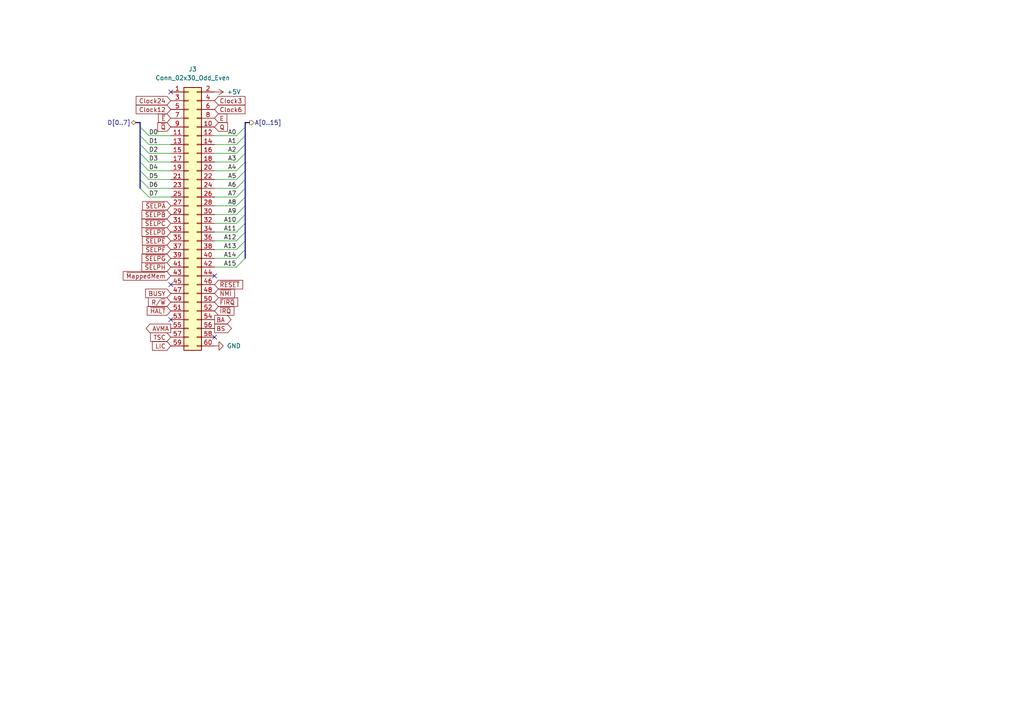
<source format=kicad_sch>
(kicad_sch (version 20231120) (generator "eeschema") (generator_version "8.0")
  (paper "A4")
  (lib_symbols
    (symbol "Connector_Generic:Conn_02x30_Odd_Even" (pin_names (offset 1.016) hide)
      (property "Reference" "J" (at 1.27 38.1 0))
      (property "Value" "Conn_02x30_Odd_Even" (at 1.27 -40.64 0))
      (symbol "Conn_02x30_Odd_Even_1_1"
        (rectangle (start -1.27 -37.973) (end 0 -38.227) (stroke (width 0.1524)))
        (rectangle (start -1.27 -35.433) (end 0 -35.687) (stroke (width 0.1524)))
        (rectangle (start -1.27 -32.893) (end 0 -33.147) (stroke (width 0.1524)))
        (rectangle (start -1.27 -30.353) (end 0 -30.607) (stroke (width 0.1524)))
        (rectangle (start -1.27 -27.813) (end 0 -28.067) (stroke (width 0.1524)))
        (rectangle (start -1.27 -25.273) (end 0 -25.527) (stroke (width 0.1524)))
        (rectangle (start -1.27 -22.733) (end 0 -22.987) (stroke (width 0.1524)))
        (rectangle (start -1.27 -20.193) (end 0 -20.447) (stroke (width 0.1524)))
        (rectangle (start -1.27 -17.653) (end 0 -17.907) (stroke (width 0.1524)))
        (rectangle (start -1.27 -15.113) (end 0 -15.367) (stroke (width 0.1524)))
        (rectangle (start -1.27 -12.573) (end 0 -12.827) (stroke (width 0.1524)))
        (rectangle (start -1.27 -10.033) (end 0 -10.287) (stroke (width 0.1524)))
        (rectangle (start -1.27 -7.493) (end 0 -7.747) (stroke (width 0.1524)))
        (rectangle (start -1.27 -4.953) (end 0 -5.207) (stroke (width 0.1524)))
        (rectangle (start -1.27 -2.413) (end 0 -2.667) (stroke (width 0.1524)))
        (rectangle (start -1.27 0.127) (end 0 -0.127) (stroke (width 0.1524)))
        (rectangle (start -1.27 2.667) (end 0 2.413) (stroke (width 0.1524)))
        (rectangle (start -1.27 5.207) (end 0 4.953) (stroke (width 0.1524)))
        (rectangle (start -1.27 7.747) (end 0 7.493) (stroke (width 0.1524)))
        (rectangle (start -1.27 10.287) (end 0 10.033) (stroke (width 0.1524)))
        (rectangle (start -1.27 12.827) (end 0 12.573) (stroke (width 0.1524)))
        (rectangle (start -1.27 15.367) (end 0 15.113) (stroke (width 0.1524)))
        (rectangle (start -1.27 17.907) (end 0 17.653) (stroke (width 0.1524)))
        (rectangle (start -1.27 20.447) (end 0 20.193) (stroke (width 0.1524)))
        (rectangle (start -1.27 22.987) (end 0 22.733) (stroke (width 0.1524)))
        (rectangle (start -1.27 25.527) (end 0 25.273) (stroke (width 0.1524)))
        (rectangle (start -1.27 28.067) (end 0 27.813) (stroke (width 0.1524)))
        (rectangle (start -1.27 30.607) (end 0 30.353) (stroke (width 0.1524)))
        (rectangle (start -1.27 33.147) (end 0 32.893) (stroke (width 0.1524)))
        (rectangle (start -1.27 35.687) (end 0 35.433) (stroke (width 0.1524)))
        (rectangle (start -1.27 36.83) (end 3.81 -39.37) (stroke (width 0.254)) (fill (type background)))
        (rectangle (start 3.81 -37.973) (end 2.54 -38.227) (stroke (width 0.1524)))
        (rectangle (start 3.81 -35.433) (end 2.54 -35.687) (stroke (width 0.1524)))
        (rectangle (start 3.81 -32.893) (end 2.54 -33.147) (stroke (width 0.1524)))
        (rectangle (start 3.81 -30.353) (end 2.54 -30.607) (stroke (width 0.1524)))
        (rectangle (start 3.81 -27.813) (end 2.54 -28.067) (stroke (width 0.1524)))
        (rectangle (start 3.81 -25.273) (end 2.54 -25.527) (stroke (width 0.1524)))
        (rectangle (start 3.81 -22.733) (end 2.54 -22.987) (stroke (width 0.1524)))
        (rectangle (start 3.81 -20.193) (end 2.54 -20.447) (stroke (width 0.1524)))
        (rectangle (start 3.81 -17.653) (end 2.54 -17.907) (stroke (width 0.1524)))
        (rectangle (start 3.81 -15.113) (end 2.54 -15.367) (stroke (width 0.1524)))
        (rectangle (start 3.81 -12.573) (end 2.54 -12.827) (stroke (width 0.1524)))
        (rectangle (start 3.81 -10.033) (end 2.54 -10.287) (stroke (width 0.1524)))
        (rectangle (start 3.81 -7.493) (end 2.54 -7.747) (stroke (width 0.1524)))
        (rectangle (start 3.81 -4.953) (end 2.54 -5.207) (stroke (width 0.1524)))
        (rectangle (start 3.81 -2.413) (end 2.54 -2.667) (stroke (width 0.1524)))
        (rectangle (start 3.81 0.127) (end 2.54 -0.127) (stroke (width 0.1524)))
        (rectangle (start 3.81 2.667) (end 2.54 2.413) (stroke (width 0.1524)))
        (rectangle (start 3.81 5.207) (end 2.54 4.953) (stroke (width 0.1524)))
        (rectangle (start 3.81 7.747) (end 2.54 7.493) (stroke (width 0.1524)))
        (rectangle (start 3.81 10.287) (end 2.54 10.033) (stroke (width 0.1524)))
        (rectangle (start 3.81 12.827) (end 2.54 12.573) (stroke (width 0.1524)))
        (rectangle (start 3.81 15.367) (end 2.54 15.113) (stroke (width 0.1524)))
        (rectangle (start 3.81 17.907) (end 2.54 17.653) (stroke (width 0.1524)))
        (rectangle (start 3.81 20.447) (end 2.54 20.193) (stroke (width 0.1524)))
        (rectangle (start 3.81 22.987) (end 2.54 22.733) (stroke (width 0.1524)))
        (rectangle (start 3.81 25.527) (end 2.54 25.273) (stroke (width 0.1524)))
        (rectangle (start 3.81 28.067) (end 2.54 27.813) (stroke (width 0.1524)))
        (rectangle (start 3.81 30.607) (end 2.54 30.353) (stroke (width 0.1524)))
        (rectangle (start 3.81 33.147) (end 2.54 32.893) (stroke (width 0.1524)))
        (rectangle (start 3.81 35.687) (end 2.54 35.433) (stroke (width 0.1524)))
        (pin passive line (at -5.08 35.56 0) (length 3.81) (name "Pin_1") (number "1"))
        (pin passive line (at 7.62 25.4 180) (length 3.81) (name "Pin_10") (number "10"))
        (pin passive line (at -5.08 22.86 0) (length 3.81) (name "Pin_11") (number "11"))
        (pin passive line (at 7.62 22.86 180) (length 3.81) (name "Pin_12") (number "12"))
        (pin passive line (at -5.08 20.32 0) (length 3.81) (name "Pin_13") (number "13"))
        (pin passive line (at 7.62 20.32 180) (length 3.81) (name "Pin_14") (number "14"))
        (pin passive line (at -5.08 17.78 0) (length 3.81) (name "Pin_15") (number "15"))
        (pin passive line (at 7.62 17.78 180) (length 3.81) (name "Pin_16") (number "16"))
        (pin passive line (at -5.08 15.24 0) (length 3.81) (name "Pin_17") (number "17"))
        (pin passive line (at 7.62 15.24 180) (length 3.81) (name "Pin_18") (number "18"))
        (pin passive line (at -5.08 12.7 0) (length 3.81) (name "Pin_19") (number "19"))
        (pin passive line (at 7.62 35.56 180) (length 3.81) (name "Pin_2") (number "2"))
        (pin passive line (at 7.62 12.7 180) (length 3.81) (name "Pin_20") (number "20"))
        (pin passive line (at -5.08 10.16 0) (length 3.81) (name "Pin_21") (number "21"))
        (pin passive line (at 7.62 10.16 180) (length 3.81) (name "Pin_22") (number "22"))
        (pin passive line (at -5.08 7.62 0) (length 3.81) (name "Pin_23") (number "23"))
        (pin passive line (at 7.62 7.62 180) (length 3.81) (name "Pin_24") (number "24"))
        (pin passive line (at -5.08 5.08 0) (length 3.81) (name "Pin_25") (number "25"))
        (pin passive line (at 7.62 5.08 180) (length 3.81) (name "Pin_26") (number "26"))
        (pin passive line (at -5.08 2.54 0) (length 3.81) (name "Pin_27") (number "27"))
        (pin passive line (at 7.62 2.54 180) (length 3.81) (name "Pin_28") (number "28"))
        (pin passive line (at -5.08 0 0) (length 3.81) (name "Pin_29") (number "29"))
        (pin passive line (at -5.08 33.02 0) (length 3.81) (name "Pin_3") (number "3"))
        (pin passive line (at 7.62 0 180) (length 3.81) (name "Pin_30") (number "30"))
        (pin passive line (at -5.08 -2.54 0) (length 3.81) (name "Pin_31") (number "31"))
        (pin passive line (at 7.62 -2.54 180) (length 3.81) (name "Pin_32") (number "32"))
        (pin passive line (at -5.08 -5.08 0) (length 3.81) (name "Pin_33") (number "33"))
        (pin passive line (at 7.62 -5.08 180) (length 3.81) (name "Pin_34") (number "34"))
        (pin passive line (at -5.08 -7.62 0) (length 3.81) (name "Pin_35") (number "35"))
        (pin passive line (at 7.62 -7.62 180) (length 3.81) (name "Pin_36") (number "36"))
        (pin passive line (at -5.08 -10.16 0) (length 3.81) (name "Pin_37") (number "37"))
        (pin passive line (at 7.62 -10.16 180) (length 3.81) (name "Pin_38") (number "38"))
        (pin passive line (at -5.08 -12.7 0) (length 3.81) (name "Pin_39") (number "39"))
        (pin passive line (at 7.62 33.02 180) (length 3.81) (name "Pin_4") (number "4"))
        (pin passive line (at 7.62 -12.7 180) (length 3.81) (name "Pin_40") (number "40"))
        (pin passive line (at -5.08 -15.24 0) (length 3.81) (name "Pin_41") (number "41"))
        (pin passive line (at 7.62 -15.24 180) (length 3.81) (name "Pin_42") (number "42"))
        (pin passive line (at -5.08 -17.78 0) (length 3.81) (name "Pin_43") (number "43"))
        (pin passive line (at 7.62 -17.78 180) (length 3.81) (name "Pin_44") (number "44"))
        (pin passive line (at -5.08 -20.32 0) (length 3.81) (name "Pin_45") (number "45"))
        (pin passive line (at 7.62 -20.32 180) (length 3.81) (name "Pin_46") (number "46"))
        (pin passive line (at -5.08 -22.86 0) (length 3.81) (name "Pin_47") (number "47"))
        (pin passive line (at 7.62 -22.86 180) (length 3.81) (name "Pin_48") (number "48"))
        (pin passive line (at -5.08 -25.4 0) (length 3.81) (name "Pin_49") (number "49"))
        (pin passive line (at -5.08 30.48 0) (length 3.81) (name "Pin_5") (number "5"))
        (pin passive line (at 7.62 -25.4 180) (length 3.81) (name "Pin_50") (number "50"))
        (pin passive line (at -5.08 -27.94 0) (length 3.81) (name "Pin_51") (number "51"))
        (pin passive line (at 7.62 -27.94 180) (length 3.81) (name "Pin_52") (number "52"))
        (pin passive line (at -5.08 -30.48 0) (length 3.81) (name "Pin_53") (number "53"))
        (pin passive line (at 7.62 -30.48 180) (length 3.81) (name "Pin_54") (number "54"))
        (pin passive line (at -5.08 -33.02 0) (length 3.81) (name "Pin_55") (number "55"))
        (pin passive line (at 7.62 -33.02 180) (length 3.81) (name "Pin_56") (number "56"))
        (pin passive line (at -5.08 -35.56 0) (length 3.81) (name "Pin_57") (number "57"))
        (pin passive line (at 7.62 -35.56 180) (length 3.81) (name "Pin_58") (number "58"))
        (pin passive line (at -5.08 -38.1 0) (length 3.81) (name "Pin_59") (number "59"))
        (pin passive line (at 7.62 30.48 180) (length 3.81) (name "Pin_6") (number "6"))
        (pin passive line (at 7.62 -38.1 180) (length 3.81) (name "Pin_60") (number "60"))
        (pin passive line (at -5.08 27.94 0) (length 3.81) (name "Pin_7") (number "7"))
        (pin passive line (at 7.62 27.94 180) (length 3.81) (name "Pin_8") (number "8"))
        (pin passive line (at -5.08 25.4 0) (length 3.81) (name "Pin_9") (number "9"))
      )
    )
    (symbol "power:+5V" (power) (pin_names (offset 0))
      (property "Value" "+5V" (at 0 3.556 0))
      (symbol "+5V_0_1"
        (polyline (pts (xy -0.762 1.27) (xy 0 2.54)))
        (polyline (pts (xy 0 0) (xy 0 2.54)))
        (polyline (pts (xy 0 2.54) (xy 0.762 1.27)))
      )
      (symbol "+5V_1_1"
        (pin power_in line (at 0 0 90) (length 0) hide (name "+5V") (number "1"))
      )
    )
    (symbol "power:GND" (power) (pin_names (offset 0))
      (property "Value" "GND" (at 0 -3.81 0))
      (symbol "GND_0_1"
        (polyline (pts (xy 0 0) (xy 0 -1.27) (xy 1.27 -1.27) (xy 0 -2.54) (xy -1.27 -1.27) (xy 0 -1.27)))
      )
      (symbol "GND_1_1"
        (pin power_in line (at 0 0 270) (length 0) hide (name "GND") (number "1"))
      )
    )
  )
  (no_connect (at 62.23 80.01))
  (no_connect (at 49.53 82.55))
  (no_connect (at 49.53 92.71))
  (no_connect (at 49.53 26.67))
  (no_connect (at 62.23 97.79))
  (bus_entry (at 71.12 62.23) (size -2.54 2.54))
  (bus_entry (at 71.12 74.93) (size -2.54 2.54))
  (bus_entry (at 71.12 39.37) (size -2.54 2.54))
  (bus_entry (at 71.12 57.15) (size -2.54 2.54))
  (bus_entry (at 71.12 69.85) (size -2.54 2.54))
  (bus_entry (at 71.12 44.45) (size -2.54 2.54))
  (bus_entry (at 40.64 46.99) (size 2.54 2.54))
  (bus_entry (at 40.64 39.37) (size 2.54 2.54))
  (bus_entry (at 71.12 59.69) (size -2.54 2.54))
  (bus_entry (at 40.64 41.91) (size 2.54 2.54))
  (bus_entry (at 40.64 36.83) (size 2.54 2.54))
  (bus_entry (at 40.64 54.61) (size 2.54 2.54))
  (bus_entry (at 71.12 67.31) (size -2.54 2.54))
  (bus_entry (at 71.12 41.91) (size -2.54 2.54))
  (bus_entry (at 40.64 52.07) (size 2.54 2.54))
  (bus_entry (at 71.12 49.53) (size -2.54 2.54))
  (bus_entry (at 71.12 46.99) (size -2.54 2.54))
  (bus_entry (at 71.12 72.39) (size -2.54 2.54))
  (bus_entry (at 40.64 44.45) (size 2.54 2.54))
  (bus_entry (at 40.64 49.53) (size 2.54 2.54))
  (bus_entry (at 71.12 54.61) (size -2.54 2.54))
  (bus_entry (at 71.12 64.77) (size -2.54 2.54))
  (bus_entry (at 71.12 52.07) (size -2.54 2.54))
  (bus_entry (at 71.12 36.83) (size -2.54 2.54))
  (bus (pts (xy 71.12 46.99) (xy 71.12 49.53)))
  (bus (pts (xy 71.12 39.37) (xy 71.12 41.91)))
  (wire (pts (xy 43.18 49.53) (xy 49.53 49.53)))
  (wire (pts (xy 62.23 54.61) (xy 68.58 54.61)))
  (bus (pts (xy 71.12 36.83) (xy 71.12 39.37)))
  (wire (pts (xy 43.18 54.61) (xy 49.53 54.61)))
  (wire (pts (xy 62.23 57.15) (xy 68.58 57.15)))
  (wire (pts (xy 62.23 46.99) (xy 68.58 46.99)))
  (bus (pts (xy 40.64 49.53) (xy 40.64 46.99)))
  (wire (pts (xy 62.23 49.53) (xy 68.58 49.53)))
  (wire (pts (xy 62.23 74.93) (xy 68.58 74.93)))
  (wire (pts (xy 43.18 41.91) (xy 49.53 41.91)))
  (bus (pts (xy 71.12 59.69) (xy 71.12 62.23)))
  (wire (pts (xy 43.18 39.37) (xy 49.53 39.37)))
  (bus (pts (xy 71.12 54.61) (xy 71.12 57.15)))
  (wire (pts (xy 43.18 44.45) (xy 49.53 44.45)))
  (bus (pts (xy 71.12 35.56) (xy 71.12 36.83)))
  (bus (pts (xy 71.12 62.23) (xy 71.12 64.77)))
  (bus (pts (xy 71.12 57.15) (xy 71.12 59.69)))
  (bus (pts (xy 71.12 52.07) (xy 71.12 54.61)))
  (bus (pts (xy 71.12 72.39) (xy 71.12 74.93)))
  (bus (pts (xy 71.12 41.91) (xy 71.12 44.45)))
  (wire (pts (xy 43.18 46.99) (xy 49.53 46.99)))
  (wire (pts (xy 43.18 52.07) (xy 49.53 52.07)))
  (bus (pts (xy 40.64 39.37) (xy 40.64 36.83)))
  (wire (pts (xy 62.23 39.37) (xy 68.58 39.37)))
  (bus (pts (xy 72.39 35.56) (xy 71.12 35.56)))
  (wire (pts (xy 62.23 64.77) (xy 68.58 64.77)))
  (bus (pts (xy 40.64 46.99) (xy 40.64 44.45)))
  (wire (pts (xy 62.23 72.39) (xy 68.58 72.39)))
  (bus (pts (xy 71.12 69.85) (xy 71.12 72.39)))
  (bus (pts (xy 40.64 44.45) (xy 40.64 41.91)))
  (bus (pts (xy 71.12 67.31) (xy 71.12 69.85)))
  (bus (pts (xy 40.64 41.91) (xy 40.64 39.37)))
  (bus (pts (xy 39.37 35.56) (xy 40.64 35.56)))
  (bus (pts (xy 71.12 64.77) (xy 71.12 67.31)))
  (wire (pts (xy 62.23 41.91) (xy 68.58 41.91)))
  (wire (pts (xy 62.23 69.85) (xy 68.58 69.85)))
  (bus (pts (xy 40.64 52.07) (xy 40.64 49.53)))
  (bus (pts (xy 40.64 54.61) (xy 40.64 52.07)))
  (bus (pts (xy 71.12 49.53) (xy 71.12 52.07)))
  (wire (pts (xy 62.23 59.69) (xy 68.58 59.69)))
  (wire (pts (xy 43.18 57.15) (xy 49.53 57.15)))
  (wire (pts (xy 62.23 77.47) (xy 68.58 77.47)))
  (wire (pts (xy 62.23 62.23) (xy 68.58 62.23)))
  (wire (pts (xy 62.23 52.07) (xy 68.58 52.07)))
  (wire (pts (xy 62.23 67.31) (xy 68.58 67.31)))
  (bus (pts (xy 71.12 44.45) (xy 71.12 46.99)))
  (wire (pts (xy 62.23 44.45) (xy 68.58 44.45)))
  (bus (pts (xy 40.64 36.83) (xy 40.64 35.56)))
  (label "A2" (at 68.58 44.45 180))
  (label "A14" (at 68.58 74.93 180))
  (label "A12" (at 68.58 69.85 180))
  (label "A5" (at 68.58 52.07 180))
  (label "A8" (at 68.58 59.69 180))
  (label "A15" (at 68.58 77.47 180))
  (label "A1" (at 68.58 41.91 180))
  (label "A10" (at 68.58 64.77 180))
  (label "A11" (at 68.58 67.31 180))
  (label "A0" (at 68.58 39.37 180))
  (label "D5" (at 43.18 52.07 0))
  (label "A6" (at 68.58 54.61 180))
  (label "A4" (at 68.58 49.53 180))
  (label "D2" (at 43.18 44.45 0))
  (label "D6" (at 43.18 54.61 0))
  (label "D1" (at 43.18 41.91 0))
  (label "D3" (at 43.18 46.99 0))
  (label "D7" (at 43.18 57.15 0))
  (label "A7" (at 68.58 57.15 180))
  (label "A13" (at 68.58 72.39 180))
  (label "D4" (at 43.18 49.53 0))
  (label "A9" (at 68.58 62.23 180))
  (label "D0" (at 43.18 39.37 0))
  (label "A3" (at 68.58 46.99 180))
  (global_label "R{slash}~{W}" (shape input) (at 49.53 87.63 180) (property "Intersheetrefs" "${INTERSHEET_REFS}" (effects (hide yes))))
  (global_label "AVMA" (shape output) (at 49.53 95.25 180) (property "Intersheetrefs" "${INTERSHEET_REFS}" (effects (hide yes))))
  (global_label "~{E}" (shape input) (at 49.53 34.29 180) (property "Intersheetrefs" "${INTERSHEET_REFS}" (effects (hide yes))))
  (global_label "~{SELPG}" (shape input) (at 49.53 74.93 180) (property "Intersheetrefs" "${INTERSHEET_REFS}" (effects (hide yes))))
  (global_label "TSC" (shape input) (at 49.53 97.79 180) (property "Intersheetrefs" "${INTERSHEET_REFS}" (effects (hide yes))))
  (global_label "~{SELPE}" (shape input) (at 49.53 69.85 180) (property "Intersheetrefs" "${INTERSHEET_REFS}" (effects (hide yes))))
  (global_label "BUSY" (shape input) (at 49.53 85.09 180) (property "Intersheetrefs" "${INTERSHEET_REFS}" (effects (hide yes))))
  (global_label "~{NMI}" (shape input) (at 62.23 85.09 0) (property "Intersheetrefs" "${INTERSHEET_REFS}" (effects (hide yes))))
  (global_label "LIC" (shape input) (at 49.53 100.33 180) (property "Intersheetrefs" "${INTERSHEET_REFS}" (effects (hide yes))))
  (global_label "~{SELPB}" (shape input) (at 49.53 62.23 180) (property "Intersheetrefs" "${INTERSHEET_REFS}" (effects (hide yes))))
  (global_label "~{IRQ}" (shape input) (at 62.23 90.17 0) (property "Intersheetrefs" "${INTERSHEET_REFS}" (effects (hide yes))))
  (global_label "~{SELPH}" (shape input) (at 49.53 77.47 180) (property "Intersheetrefs" "${INTERSHEET_REFS}" (effects (hide yes))))
  (global_label "~{RESET}" (shape input) (at 62.23 82.55 0) (property "Intersheetrefs" "${INTERSHEET_REFS}" (effects (hide yes))))
  (global_label "~{HALT}" (shape input) (at 49.53 90.17 180) (property "Intersheetrefs" "${INTERSHEET_REFS}" (effects (hide yes))))
  (global_label "~{SELPC}" (shape input) (at 49.53 64.77 180) (property "Intersheetrefs" "${INTERSHEET_REFS}" (effects (hide yes))))
  (global_label "Q" (shape input) (at 62.23 36.83 0) (property "Intersheetrefs" "${INTERSHEET_REFS}" (effects (hide yes))))
  (global_label "~{Q}" (shape input) (at 49.53 36.83 180) (property "Intersheetrefs" "${INTERSHEET_REFS}" (effects (hide yes))))
  (global_label "~{SELPD}" (shape input) (at 49.53 67.31 180) (property "Intersheetrefs" "${INTERSHEET_REFS}" (effects (hide yes))))
  (global_label "Clock24" (shape input) (at 49.53 29.21 180) (property "Intersheetrefs" "${INTERSHEET_REFS}" (effects (hide yes))))
  (global_label "~{FIRQ}" (shape input) (at 62.23 87.63 0) (property "Intersheetrefs" "${INTERSHEET_REFS}" (effects (hide yes))))
  (global_label "BA" (shape output) (at 62.23 92.71 0) (property "Intersheetrefs" "${INTERSHEET_REFS}" (effects (hide yes))))
  (global_label "Clock12" (shape input) (at 49.53 31.75 180) (property "Intersheetrefs" "${INTERSHEET_REFS}" (effects (hide yes))))
  (global_label "Clock6" (shape input) (at 62.23 31.75 0) (property "Intersheetrefs" "${INTERSHEET_REFS}" (effects (hide yes))))
  (global_label "~{SELPF}" (shape input) (at 49.53 72.39 180) (property "Intersheetrefs" "${INTERSHEET_REFS}" (effects (hide yes))))
  (global_label "E" (shape input) (at 62.23 34.29 0) (property "Intersheetrefs" "${INTERSHEET_REFS}" (effects (hide yes))))
  (global_label "~{MappedMem}" (shape input) (at 49.53 80.01 180) (property "Intersheetrefs" "${INTERSHEET_REFS}" (effects (hide yes))))
  (global_label "BS" (shape output) (at 62.23 95.25 0) (property "Intersheetrefs" "${INTERSHEET_REFS}" (effects (hide yes))))
  (global_label "~{SELPA}" (shape input) (at 49.53 59.69 180) (property "Intersheetrefs" "${INTERSHEET_REFS}" (effects (hide yes))))
  (global_label "Clock3" (shape input) (at 62.23 29.21 0) (property "Intersheetrefs" "${INTERSHEET_REFS}" (effects (hide yes))))
  (hierarchical_label "A[0..15]" (shape output) (at 72.39 35.56 0))
  (hierarchical_label "D[0..7]" (shape bidirectional) (at 39.37 35.56 180))
  (symbol (lib_id "power:GND") (at 62.23 100.33 90) (unit 1)
    (property "Reference" "#PWR02" (effects (hide yes)))
    (property "Value" "GND" (at 65.786 100.3299 90) (effects (justify right)))
  )
  (symbol (lib_id "Connector_Generic:Conn_02x30_Odd_Even") (at 54.61 62.23 0) (unit 1)
    (property "Reference" "J3" (at 55.88 20.066 0))
    (property "Value" "Conn_02x30_Odd_Even" (at 55.88 22.606 0))
    (property "Footprint" "Connector_PinHeader_2.54mm:PinHeader_2x30_P2.54mm_Vertical" (effects (hide yes)))
  )
  (symbol (lib_id "power:+5V") (at 62.23 26.67 270) (unit 1)
    (property "Reference" "#PWR01" (effects (hide yes)))
    (property "Value" "+5V" (at 69.85 26.67 90) (effects (justify right)))
  )
)
</source>
